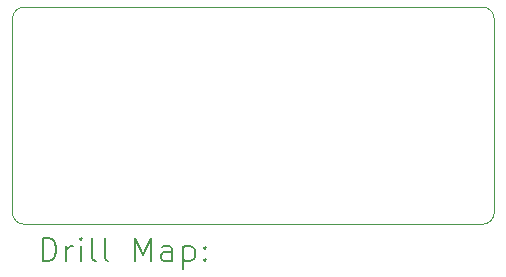
<source format=gbr>
%TF.GenerationSoftware,KiCad,Pcbnew,9.0.3*%
%TF.CreationDate,2025-07-12T20:29:23+02:00*%
%TF.ProjectId,npn-pnp-h-bridge,6e706e2d-706e-4702-9d68-2d6272696467,rev?*%
%TF.SameCoordinates,Original*%
%TF.FileFunction,Drillmap*%
%TF.FilePolarity,Positive*%
%FSLAX45Y45*%
G04 Gerber Fmt 4.5, Leading zero omitted, Abs format (unit mm)*
G04 Created by KiCad (PCBNEW 9.0.3) date 2025-07-12 20:29:23*
%MOMM*%
%LPD*%
G01*
G04 APERTURE LIST*
%ADD10C,0.050000*%
%ADD11C,0.200000*%
G04 APERTURE END LIST*
D10*
X19050000Y-10725000D02*
X15170000Y-10725000D01*
X15170000Y-8886260D02*
X19050000Y-8886260D01*
X19050000Y-8886260D02*
G75*
G02*
X19150000Y-8986260I0J-100000D01*
G01*
X15070000Y-8986260D02*
G75*
G02*
X15170000Y-8886260I100000J0D01*
G01*
X15170000Y-10725000D02*
G75*
G02*
X15070000Y-10625000I0J100000D01*
G01*
X15070000Y-10625000D02*
X15070000Y-8986260D01*
X19150000Y-10625000D02*
G75*
G02*
X19050000Y-10725000I-100000J0D01*
G01*
X19150000Y-8986260D02*
X19150000Y-10625000D01*
D11*
X15328277Y-11038984D02*
X15328277Y-10838984D01*
X15328277Y-10838984D02*
X15375896Y-10838984D01*
X15375896Y-10838984D02*
X15404467Y-10848508D01*
X15404467Y-10848508D02*
X15423515Y-10867555D01*
X15423515Y-10867555D02*
X15433039Y-10886603D01*
X15433039Y-10886603D02*
X15442562Y-10924698D01*
X15442562Y-10924698D02*
X15442562Y-10953270D01*
X15442562Y-10953270D02*
X15433039Y-10991365D01*
X15433039Y-10991365D02*
X15423515Y-11010412D01*
X15423515Y-11010412D02*
X15404467Y-11029460D01*
X15404467Y-11029460D02*
X15375896Y-11038984D01*
X15375896Y-11038984D02*
X15328277Y-11038984D01*
X15528277Y-11038984D02*
X15528277Y-10905650D01*
X15528277Y-10943746D02*
X15537801Y-10924698D01*
X15537801Y-10924698D02*
X15547324Y-10915174D01*
X15547324Y-10915174D02*
X15566372Y-10905650D01*
X15566372Y-10905650D02*
X15585420Y-10905650D01*
X15652086Y-11038984D02*
X15652086Y-10905650D01*
X15652086Y-10838984D02*
X15642562Y-10848508D01*
X15642562Y-10848508D02*
X15652086Y-10858031D01*
X15652086Y-10858031D02*
X15661610Y-10848508D01*
X15661610Y-10848508D02*
X15652086Y-10838984D01*
X15652086Y-10838984D02*
X15652086Y-10858031D01*
X15775896Y-11038984D02*
X15756848Y-11029460D01*
X15756848Y-11029460D02*
X15747324Y-11010412D01*
X15747324Y-11010412D02*
X15747324Y-10838984D01*
X15880658Y-11038984D02*
X15861610Y-11029460D01*
X15861610Y-11029460D02*
X15852086Y-11010412D01*
X15852086Y-11010412D02*
X15852086Y-10838984D01*
X16109229Y-11038984D02*
X16109229Y-10838984D01*
X16109229Y-10838984D02*
X16175896Y-10981841D01*
X16175896Y-10981841D02*
X16242562Y-10838984D01*
X16242562Y-10838984D02*
X16242562Y-11038984D01*
X16423515Y-11038984D02*
X16423515Y-10934222D01*
X16423515Y-10934222D02*
X16413991Y-10915174D01*
X16413991Y-10915174D02*
X16394943Y-10905650D01*
X16394943Y-10905650D02*
X16356848Y-10905650D01*
X16356848Y-10905650D02*
X16337801Y-10915174D01*
X16423515Y-11029460D02*
X16404467Y-11038984D01*
X16404467Y-11038984D02*
X16356848Y-11038984D01*
X16356848Y-11038984D02*
X16337801Y-11029460D01*
X16337801Y-11029460D02*
X16328277Y-11010412D01*
X16328277Y-11010412D02*
X16328277Y-10991365D01*
X16328277Y-10991365D02*
X16337801Y-10972317D01*
X16337801Y-10972317D02*
X16356848Y-10962793D01*
X16356848Y-10962793D02*
X16404467Y-10962793D01*
X16404467Y-10962793D02*
X16423515Y-10953270D01*
X16518753Y-10905650D02*
X16518753Y-11105650D01*
X16518753Y-10915174D02*
X16537801Y-10905650D01*
X16537801Y-10905650D02*
X16575896Y-10905650D01*
X16575896Y-10905650D02*
X16594943Y-10915174D01*
X16594943Y-10915174D02*
X16604467Y-10924698D01*
X16604467Y-10924698D02*
X16613991Y-10943746D01*
X16613991Y-10943746D02*
X16613991Y-11000889D01*
X16613991Y-11000889D02*
X16604467Y-11019936D01*
X16604467Y-11019936D02*
X16594943Y-11029460D01*
X16594943Y-11029460D02*
X16575896Y-11038984D01*
X16575896Y-11038984D02*
X16537801Y-11038984D01*
X16537801Y-11038984D02*
X16518753Y-11029460D01*
X16699705Y-11019936D02*
X16709229Y-11029460D01*
X16709229Y-11029460D02*
X16699705Y-11038984D01*
X16699705Y-11038984D02*
X16690182Y-11029460D01*
X16690182Y-11029460D02*
X16699705Y-11019936D01*
X16699705Y-11019936D02*
X16699705Y-11038984D01*
X16699705Y-10915174D02*
X16709229Y-10924698D01*
X16709229Y-10924698D02*
X16699705Y-10934222D01*
X16699705Y-10934222D02*
X16690182Y-10924698D01*
X16690182Y-10924698D02*
X16699705Y-10915174D01*
X16699705Y-10915174D02*
X16699705Y-10934222D01*
M02*

</source>
